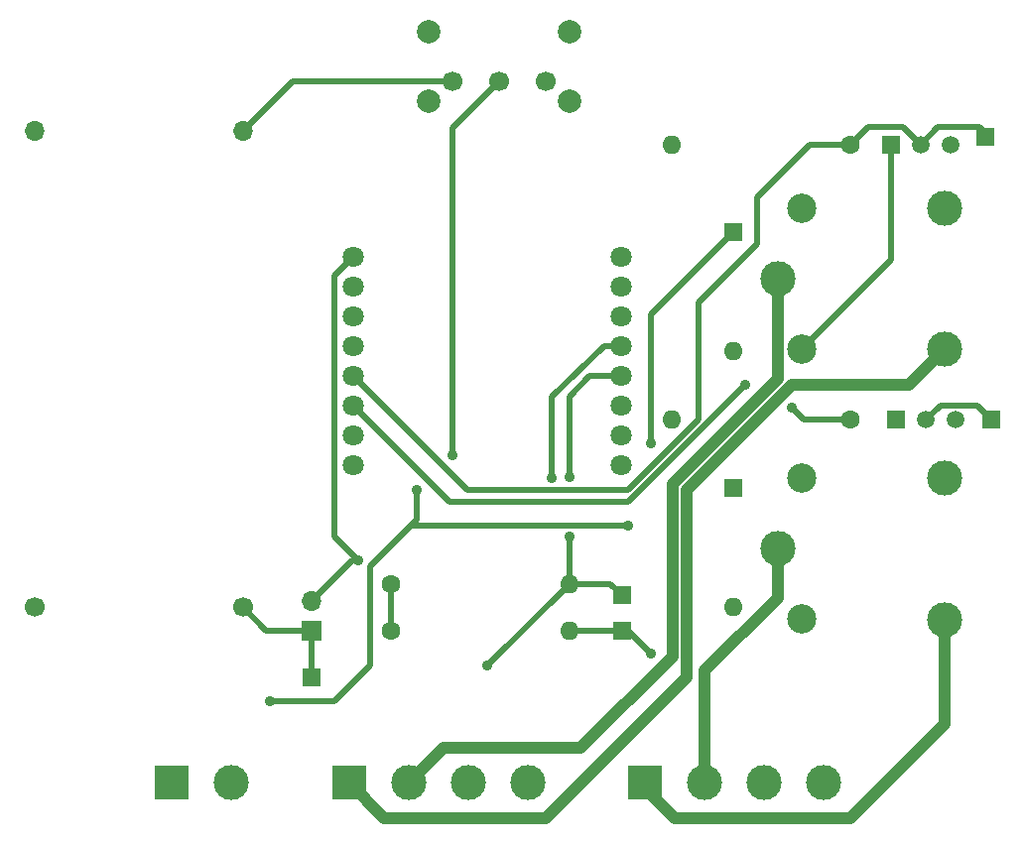
<source format=gbr>
%TF.GenerationSoftware,KiCad,Pcbnew,7.0.11-7.0.11~ubuntu22.04.1*%
%TF.CreationDate,2024-06-03T23:15:09-04:00*%
%TF.ProjectId,GarageDoor,47617261-6765-4446-9f6f-722e6b696361,rev?*%
%TF.SameCoordinates,Original*%
%TF.FileFunction,Copper,L1,Top*%
%TF.FilePolarity,Positive*%
%FSLAX46Y46*%
G04 Gerber Fmt 4.6, Leading zero omitted, Abs format (unit mm)*
G04 Created by KiCad (PCBNEW 7.0.11-7.0.11~ubuntu22.04.1) date 2024-06-03 23:15:09*
%MOMM*%
%LPD*%
G01*
G04 APERTURE LIST*
%TA.AperFunction,SMDPad,CuDef*%
%ADD10R,1.500000X1.500000*%
%TD*%
%TA.AperFunction,ComponentPad*%
%ADD11R,1.500000X1.500000*%
%TD*%
%TA.AperFunction,ComponentPad*%
%ADD12C,1.500000*%
%TD*%
%TA.AperFunction,ComponentPad*%
%ADD13R,1.600000X1.600000*%
%TD*%
%TA.AperFunction,ComponentPad*%
%ADD14O,1.600000X1.600000*%
%TD*%
%TA.AperFunction,ComponentPad*%
%ADD15C,1.600000*%
%TD*%
%TA.AperFunction,ComponentPad*%
%ADD16R,3.000000X3.000000*%
%TD*%
%TA.AperFunction,ComponentPad*%
%ADD17C,3.000000*%
%TD*%
%TA.AperFunction,ComponentPad*%
%ADD18C,2.500000*%
%TD*%
%TA.AperFunction,ComponentPad*%
%ADD19O,1.700000X1.700000*%
%TD*%
%TA.AperFunction,ComponentPad*%
%ADD20C,1.700000*%
%TD*%
%TA.AperFunction,ComponentPad*%
%ADD21C,1.800000*%
%TD*%
%TA.AperFunction,ComponentPad*%
%ADD22R,1.700000X1.700000*%
%TD*%
%TA.AperFunction,ComponentPad*%
%ADD23C,2.000000*%
%TD*%
%TA.AperFunction,ViaPad*%
%ADD24C,0.900000*%
%TD*%
%TA.AperFunction,Conductor*%
%ADD25C,0.500000*%
%TD*%
%TA.AperFunction,Conductor*%
%ADD26C,1.000000*%
%TD*%
G04 APERTURE END LIST*
D10*
%TO.P,TP1,1,1*%
%TO.N,LEFT_SENSOR*%
X80500000Y-75000000D03*
%TD*%
%TO.P,TP3,1,1*%
%TO.N,Net-(JP1-A)*%
X54000000Y-82000000D03*
%TD*%
D11*
%TO.P,Q1,1,D*%
%TO.N,Net-(D1-A)*%
X103920000Y-60000000D03*
D12*
%TO.P,Q1,2,G*%
%TO.N,Net-(Q1-G)*%
X106460000Y-60000000D03*
%TO.P,Q1,3,S*%
%TO.N,Earth*%
X109000000Y-60000000D03*
%TD*%
D13*
%TO.P,D1,1,K*%
%TO.N,+12V*%
X90000000Y-65840000D03*
D14*
%TO.P,D1,2,A*%
%TO.N,Net-(D1-A)*%
X90000000Y-76000000D03*
%TD*%
D10*
%TO.P,TP5,1,1*%
%TO.N,Net-(Q1-G)*%
X112000000Y-60000000D03*
%TD*%
D15*
%TO.P,R2,1*%
%TO.N,+5V*%
X60760000Y-74000000D03*
D14*
%TO.P,R2,2*%
%TO.N,LEFT_SENSOR*%
X76000000Y-74000000D03*
%TD*%
D15*
%TO.P,R3,1*%
%TO.N,Net-(Q1-G)*%
X100000000Y-60000000D03*
D14*
%TO.P,R3,2*%
%TO.N,Earth*%
X84760000Y-60000000D03*
%TD*%
D10*
%TO.P,TP2,1,1*%
%TO.N,RIGHT_SENSOR*%
X80500000Y-78000000D03*
%TD*%
D16*
%TO.P,J1,1,Pin_1*%
%TO.N,Earth*%
X42090000Y-91000000D03*
D17*
%TO.P,J1,2,Pin_2*%
%TO.N,Net-(D3-A1)*%
X47170000Y-91000000D03*
%TD*%
%TO.P,K2,1*%
%TO.N,LBUT_COM*%
X93800000Y-47950000D03*
D18*
%TO.P,K2,2*%
%TO.N,Net-(D2-A)*%
X95800000Y-53950000D03*
D17*
%TO.P,K2,3*%
%TO.N,LBUT_NO*%
X108000000Y-54000000D03*
%TO.P,K2,4*%
%TO.N,unconnected-(K2-Pad4)*%
X108000000Y-41950000D03*
D18*
%TO.P,K2,5*%
%TO.N,+12V*%
X95800000Y-41950000D03*
%TD*%
D16*
%TO.P,J2,1,Pin_1*%
%TO.N,LBUT_NO*%
X57220000Y-91000000D03*
D17*
%TO.P,J2,2,Pin_2*%
%TO.N,LBUT_COM*%
X62300000Y-91000000D03*
%TO.P,J2,3,Pin_3*%
%TO.N,LEFT_SENSOR*%
X67380000Y-91000000D03*
%TO.P,J2,4,Pin_4*%
%TO.N,Earth*%
X72460000Y-91000000D03*
%TD*%
D10*
%TO.P,TP4,1,1*%
%TO.N,Net-(Q2-G)*%
X111500000Y-35890000D03*
%TD*%
D13*
%TO.P,D2,1,K*%
%TO.N,+12V*%
X90000000Y-44000000D03*
D14*
%TO.P,D2,2,A*%
%TO.N,Net-(D2-A)*%
X90000000Y-54160000D03*
%TD*%
D17*
%TO.P,K1,1*%
%TO.N,RBUT_COM*%
X93800000Y-71000000D03*
D18*
%TO.P,K1,2*%
%TO.N,Net-(D1-A)*%
X95800000Y-77000000D03*
D17*
%TO.P,K1,3*%
%TO.N,RBUT_NO*%
X108000000Y-77050000D03*
%TO.P,K1,4*%
%TO.N,unconnected-(K1-Pad4)*%
X108000000Y-65000000D03*
D18*
%TO.P,K1,5*%
%TO.N,+12V*%
X95800000Y-65000000D03*
%TD*%
D15*
%TO.P,R1,1*%
%TO.N,+5V*%
X60760000Y-78000000D03*
D14*
%TO.P,R1,2*%
%TO.N,RIGHT_SENSOR*%
X76000000Y-78000000D03*
%TD*%
D16*
%TO.P,J3,1,Pin_1*%
%TO.N,RBUT_NO*%
X82500000Y-91000000D03*
D17*
%TO.P,J3,2,Pin_2*%
%TO.N,RBUT_COM*%
X87580000Y-91000000D03*
%TO.P,J3,3,Pin_3*%
%TO.N,RIGHT_SENSOR*%
X92660000Y-91000000D03*
%TO.P,J3,4,Pin_4*%
%TO.N,Earth*%
X97740000Y-91000000D03*
%TD*%
D19*
%TO.P,U1,1,IN+*%
%TO.N,Net-(S1-A)*%
X48140000Y-35380000D03*
%TO.P,U1,2,IN-*%
%TO.N,Earth*%
X30360000Y-35380000D03*
D20*
%TO.P,U1,3,OUT-*%
X30360000Y-76020000D03*
%TO.P,U1,4,OUT+*%
%TO.N,Net-(JP1-A)*%
X48140000Y-76020000D03*
%TD*%
D21*
%TO.P,U2,16,Tx*%
%TO.N,unconnected-(U2-Tx-Pad16)*%
X57570000Y-63890000D03*
%TO.P,U2,15,Rx*%
%TO.N,unconnected-(U2-Rx-Pad15)*%
X57570000Y-61350000D03*
%TO.P,U2,14,5/SCL*%
%TO.N,Net-(Q1-G)*%
X57570000Y-58810000D03*
%TO.P,U2,13,4/SDA*%
%TO.N,Net-(Q2-G)*%
X57570000Y-56270000D03*
%TO.P,U2,12,0*%
%TO.N,unconnected-(U2-0-Pad12)*%
X57570000Y-53730000D03*
%TO.P,U2,11,2(LED)*%
%TO.N,unconnected-(U2-2(LED)-Pad11)*%
X57570000Y-51190000D03*
%TO.P,U2,10,GND*%
%TO.N,Earth*%
X57570000Y-48650000D03*
%TO.P,U2,9,5V*%
%TO.N,+5V*%
X57570000Y-46110000D03*
%TO.P,U2,8,3.3V*%
%TO.N,unconnected-(U2-3.3V-Pad8)*%
X80430000Y-46110000D03*
%TO.P,U2,7,15*%
%TO.N,unconnected-(U2-15-Pad7)*%
X80430000Y-48650000D03*
%TO.P,U2,6,13/MOSI*%
%TO.N,unconnected-(U2-13{slash}MOSI-Pad6)*%
X80430000Y-51190000D03*
%TO.P,U2,5,12/MISO*%
%TO.N,RIGHT_SENSOR*%
X80430000Y-53730000D03*
%TO.P,U2,4,14/SCK*%
%TO.N,LEFT_SENSOR*%
X80430000Y-56270000D03*
%TO.P,U2,3,16*%
%TO.N,unconnected-(U2-16-Pad3)*%
X80430000Y-58810000D03*
%TO.P,U2,2,A0*%
%TO.N,unconnected-(U2-A0-Pad2)*%
X80430000Y-61350000D03*
%TO.P,U2,1,Rst*%
%TO.N,unconnected-(U2-Rst-Pad1)*%
X80430000Y-63890000D03*
%TD*%
D11*
%TO.P,Q2,1,D*%
%TO.N,Net-(D2-A)*%
X103420000Y-36500000D03*
D12*
%TO.P,Q2,2,G*%
%TO.N,Net-(Q2-G)*%
X105960000Y-36500000D03*
%TO.P,Q2,3,S*%
%TO.N,Earth*%
X108500000Y-36500000D03*
%TD*%
D22*
%TO.P,JP1,1,A*%
%TO.N,Net-(JP1-A)*%
X54000000Y-78000000D03*
D19*
%TO.P,JP1,2,B*%
%TO.N,+5V*%
X54000000Y-75460000D03*
%TD*%
D15*
%TO.P,R4,1*%
%TO.N,Net-(Q2-G)*%
X100000000Y-36500000D03*
D14*
%TO.P,R4,2*%
%TO.N,Earth*%
X84760000Y-36500000D03*
%TD*%
D23*
%TO.P,S1,*%
%TO.N,*%
X76000000Y-32840000D03*
X76000000Y-26840000D03*
X64000000Y-32840000D03*
X64000000Y-26840000D03*
D20*
%TO.P,S1,1,C*%
%TO.N,unconnected-(S1-C-Pad1)*%
X74000000Y-31090000D03*
%TO.P,S1,2,B*%
%TO.N,+12V*%
X70000000Y-31090000D03*
%TO.P,S1,3,A*%
%TO.N,Net-(S1-A)*%
X66000000Y-31090000D03*
%TD*%
D24*
%TO.N,+12V*%
X50500000Y-84000000D03*
X63000000Y-66000000D03*
X83000000Y-62000000D03*
X81000000Y-69000000D03*
X66000000Y-63000000D03*
%TO.N,LEFT_SENSOR*%
X69000000Y-81000000D03*
X76000000Y-64900000D03*
X76000000Y-70000000D03*
%TO.N,RIGHT_SENSOR*%
X74500000Y-65000000D03*
X83000000Y-80000000D03*
%TO.N,+5V*%
X58000000Y-72000000D03*
%TO.N,Net-(Q1-G)*%
X91000000Y-57000000D03*
X95000000Y-59000000D03*
%TD*%
D25*
%TO.N,+12V*%
X50500000Y-84000000D02*
X56000000Y-84000000D01*
X62500000Y-69000000D02*
X59000000Y-72500000D01*
X66000000Y-63000000D02*
X66000000Y-35090000D01*
X83000000Y-62000000D02*
X83000000Y-51000000D01*
X59000000Y-81000000D02*
X56000000Y-84000000D01*
X59000000Y-72500000D02*
X59000000Y-81000000D01*
X66000000Y-35090000D02*
X70000000Y-31090000D01*
X81000000Y-69000000D02*
X62500000Y-69000000D01*
X63000000Y-68500000D02*
X63000000Y-66000000D01*
X83000000Y-51000000D02*
X90000000Y-44000000D01*
X62500000Y-69000000D02*
X63000000Y-68500000D01*
%TO.N,Net-(D2-A)*%
X103420000Y-36500000D02*
X103420000Y-46330000D01*
X103420000Y-46330000D02*
X95800000Y-53950000D01*
%TO.N,LEFT_SENSOR*%
X76000000Y-74000000D02*
X79500000Y-74000000D01*
X76000000Y-74000000D02*
X76000000Y-70000000D01*
X69000000Y-81000000D02*
X76000000Y-74000000D01*
X76000000Y-64900000D02*
X76000000Y-58000000D01*
X77730000Y-56270000D02*
X80430000Y-56270000D01*
X79500000Y-74000000D02*
X80500000Y-75000000D01*
X76000000Y-58000000D02*
X77730000Y-56270000D01*
%TO.N,RIGHT_SENSOR*%
X74500000Y-58000000D02*
X79000000Y-53730000D01*
X81000000Y-78000000D02*
X76000000Y-78000000D01*
X74500000Y-65000000D02*
X74500000Y-58000000D01*
X79000000Y-53730000D02*
X80430000Y-53730000D01*
X83000000Y-80000000D02*
X81000000Y-78000000D01*
D26*
%TO.N,LBUT_NO*%
X86000000Y-82000000D02*
X86000000Y-66000000D01*
X74000000Y-94000000D02*
X86000000Y-82000000D01*
X86000000Y-66000000D02*
X95000000Y-57000000D01*
X57220000Y-91000000D02*
X60220000Y-94000000D01*
X60220000Y-94000000D02*
X74000000Y-94000000D01*
X95000000Y-57000000D02*
X105000000Y-57000000D01*
X105000000Y-57000000D02*
X108000000Y-54000000D01*
%TO.N,LBUT_COM*%
X84800000Y-65502944D02*
X93800000Y-56502944D01*
X65300000Y-88000000D02*
X77000000Y-88000000D01*
X84800000Y-80200000D02*
X84800000Y-65502944D01*
X77000000Y-88000000D02*
X84800000Y-80200000D01*
X93800000Y-56502944D02*
X93800000Y-47950000D01*
X62300000Y-91000000D02*
X65300000Y-88000000D01*
%TO.N,RBUT_NO*%
X82500000Y-91000000D02*
X82500000Y-91500000D01*
X100000000Y-94000000D02*
X108000000Y-86000000D01*
X108000000Y-86000000D02*
X108000000Y-77050000D01*
X85000000Y-94000000D02*
X100000000Y-94000000D01*
X82500000Y-91500000D02*
X85000000Y-94000000D01*
%TO.N,RBUT_COM*%
X87580000Y-81420000D02*
X87580000Y-91000000D01*
X93800000Y-71000000D02*
X93800000Y-75200000D01*
X93800000Y-75200000D02*
X87580000Y-81420000D01*
D25*
%TO.N,Net-(JP1-A)*%
X54000000Y-78000000D02*
X54000000Y-82000000D01*
X54000000Y-78000000D02*
X50120000Y-78000000D01*
X50120000Y-78000000D02*
X48140000Y-76020000D01*
%TO.N,+5V*%
X60760000Y-78000000D02*
X60760000Y-74000000D01*
X56000000Y-47680000D02*
X57570000Y-46110000D01*
X57460000Y-72000000D02*
X58000000Y-72000000D01*
X54000000Y-75460000D02*
X57460000Y-72000000D01*
X58000000Y-72000000D02*
X56000000Y-70000000D01*
X56000000Y-70000000D02*
X56000000Y-47680000D01*
%TO.N,Net-(Q1-G)*%
X96000000Y-60000000D02*
X100000000Y-60000000D01*
X57570000Y-58810000D02*
X65760000Y-67000000D01*
X107660000Y-58800000D02*
X110800000Y-58800000D01*
X110800000Y-58800000D02*
X112000000Y-60000000D01*
X81000000Y-67000000D02*
X91000000Y-57000000D01*
X79000000Y-67000000D02*
X81000000Y-67000000D01*
X106460000Y-60000000D02*
X107660000Y-58800000D01*
X65760000Y-67000000D02*
X79000000Y-67000000D01*
X95000000Y-59000000D02*
X96000000Y-60000000D01*
%TO.N,Net-(Q2-G)*%
X111500000Y-35890000D02*
X111500000Y-35500000D01*
X111000000Y-35000000D02*
X107460000Y-35000000D01*
X111500000Y-35500000D02*
X111000000Y-35000000D01*
X87000000Y-60000000D02*
X81000000Y-66000000D01*
X101500000Y-35000000D02*
X100000000Y-36500000D01*
X81000000Y-66000000D02*
X67300000Y-66000000D01*
X105960000Y-36500000D02*
X104460000Y-35000000D01*
X96500000Y-36500000D02*
X92000000Y-41000000D01*
X92000000Y-45000000D02*
X87000000Y-50000000D01*
X107460000Y-35000000D02*
X105960000Y-36500000D01*
X87000000Y-50000000D02*
X87000000Y-60000000D01*
X100000000Y-36500000D02*
X96500000Y-36500000D01*
X92000000Y-41000000D02*
X92000000Y-45000000D01*
X67300000Y-66000000D02*
X57570000Y-56270000D01*
X104460000Y-35000000D02*
X101500000Y-35000000D01*
%TO.N,Net-(S1-A)*%
X66000000Y-31090000D02*
X52430000Y-31090000D01*
X52430000Y-31090000D02*
X48140000Y-35380000D01*
%TD*%
M02*

</source>
